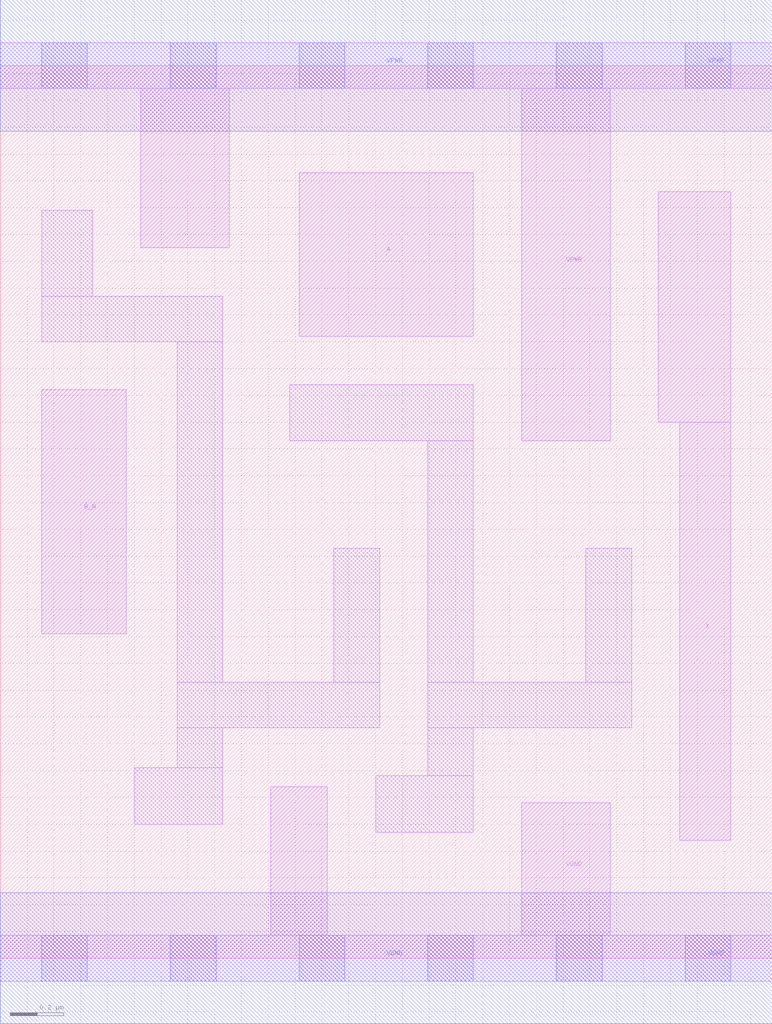
<source format=lef>
# Copyright 2020 The SkyWater PDK Authors
#
# Licensed under the Apache License, Version 2.0 (the "License");
# you may not use this file except in compliance with the License.
# You may obtain a copy of the License at
#
#     https://www.apache.org/licenses/LICENSE-2.0
#
# Unless required by applicable law or agreed to in writing, software
# distributed under the License is distributed on an "AS IS" BASIS,
# WITHOUT WARRANTIES OR CONDITIONS OF ANY KIND, either express or implied.
# See the License for the specific language governing permissions and
# limitations under the License.
#
# SPDX-License-Identifier: Apache-2.0

VERSION 5.7 ;
  NAMESCASESENSITIVE ON ;
  NOWIREEXTENSIONATPIN ON ;
  DIVIDERCHAR "/" ;
  BUSBITCHARS "[]" ;
UNITS
  DATABASE MICRONS 200 ;
END UNITS
MACRO sky130_fd_sc_lp__or2b_m
  CLASS CORE ;
  SOURCE USER ;
  FOREIGN sky130_fd_sc_lp__or2b_m ;
  ORIGIN  0.000000  0.000000 ;
  SIZE  2.880000 BY  3.330000 ;
  SYMMETRY X Y R90 ;
  SITE unit ;
  PIN A
    ANTENNAGATEAREA  0.126000 ;
    DIRECTION INPUT ;
    USE SIGNAL ;
    PORT
      LAYER li1 ;
        RECT 1.115000 2.320000 1.765000 2.930000 ;
    END
  END A
  PIN B_N
    ANTENNAGATEAREA  0.126000 ;
    DIRECTION INPUT ;
    USE SIGNAL ;
    PORT
      LAYER li1 ;
        RECT 0.155000 1.210000 0.470000 2.120000 ;
    END
  END B_N
  PIN X
    ANTENNADIFFAREA  0.231000 ;
    DIRECTION OUTPUT ;
    USE SIGNAL ;
    PORT
      LAYER li1 ;
        RECT 2.455000 2.000000 2.725000 2.860000 ;
        RECT 2.535000 0.440000 2.725000 2.000000 ;
    END
  END X
  PIN VGND
    DIRECTION INOUT ;
    USE GROUND ;
    PORT
      LAYER li1 ;
        RECT 0.000000 -0.085000 2.880000 0.085000 ;
        RECT 1.010000  0.085000 1.220000 0.640000 ;
        RECT 1.945000  0.085000 2.275000 0.580000 ;
      LAYER mcon ;
        RECT 0.155000 -0.085000 0.325000 0.085000 ;
        RECT 0.635000 -0.085000 0.805000 0.085000 ;
        RECT 1.115000 -0.085000 1.285000 0.085000 ;
        RECT 1.595000 -0.085000 1.765000 0.085000 ;
        RECT 2.075000 -0.085000 2.245000 0.085000 ;
        RECT 2.555000 -0.085000 2.725000 0.085000 ;
      LAYER met1 ;
        RECT 0.000000 -0.245000 2.880000 0.245000 ;
    END
  END VGND
  PIN VPWR
    DIRECTION INOUT ;
    USE POWER ;
    PORT
      LAYER li1 ;
        RECT 0.000000 3.245000 2.880000 3.415000 ;
        RECT 0.525000 2.650000 0.855000 3.245000 ;
        RECT 1.945000 1.930000 2.275000 3.245000 ;
      LAYER mcon ;
        RECT 0.155000 3.245000 0.325000 3.415000 ;
        RECT 0.635000 3.245000 0.805000 3.415000 ;
        RECT 1.115000 3.245000 1.285000 3.415000 ;
        RECT 1.595000 3.245000 1.765000 3.415000 ;
        RECT 2.075000 3.245000 2.245000 3.415000 ;
        RECT 2.555000 3.245000 2.725000 3.415000 ;
      LAYER met1 ;
        RECT 0.000000 3.085000 2.880000 3.575000 ;
    END
  END VPWR
  OBS
    LAYER li1 ;
      RECT 0.155000 2.300000 0.830000 2.470000 ;
      RECT 0.155000 2.470000 0.345000 2.790000 ;
      RECT 0.500000 0.500000 0.830000 0.710000 ;
      RECT 0.660000 0.710000 0.830000 0.860000 ;
      RECT 0.660000 0.860000 1.415000 1.030000 ;
      RECT 0.660000 1.030000 0.830000 2.300000 ;
      RECT 1.080000 1.930000 1.765000 2.140000 ;
      RECT 1.245000 1.030000 1.415000 1.530000 ;
      RECT 1.400000 0.470000 1.765000 0.680000 ;
      RECT 1.595000 0.680000 1.765000 0.860000 ;
      RECT 1.595000 0.860000 2.355000 1.030000 ;
      RECT 1.595000 1.030000 1.765000 1.930000 ;
      RECT 2.185000 1.030000 2.355000 1.530000 ;
  END
END sky130_fd_sc_lp__or2b_m

</source>
